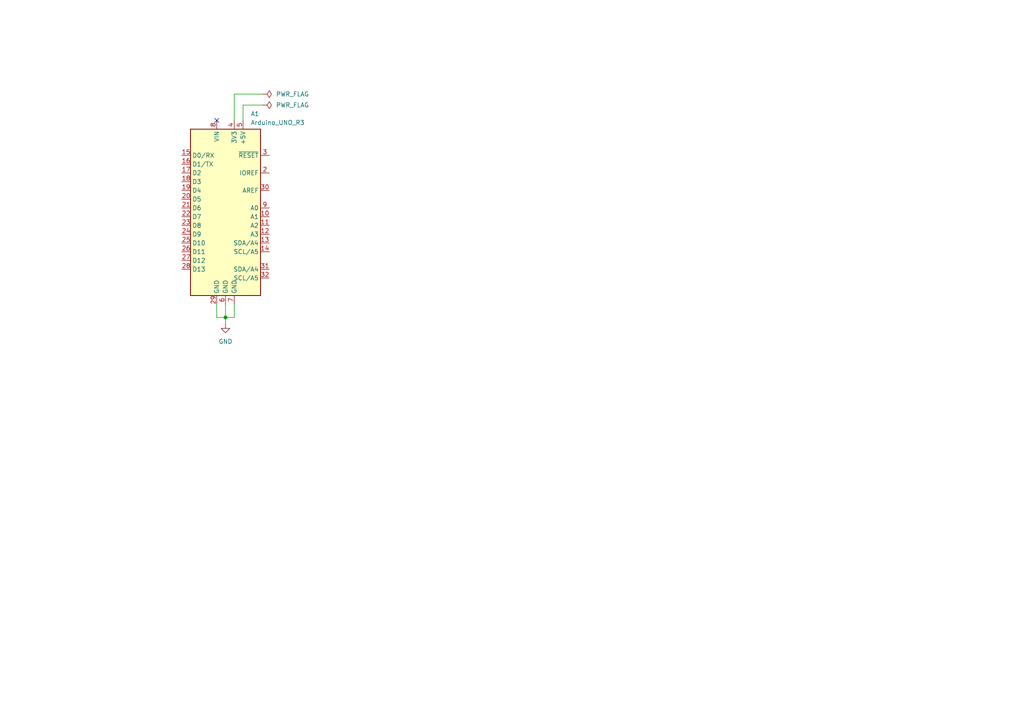
<source format=kicad_sch>
(kicad_sch (version 20231120) (generator "eeschema") (generator_version "8.0")
  (paper "A4")
  (lib_symbols
    (symbol "MCU_Module:Arduino_UNO_R3"
      (property "Reference" "A" (at -10.16 23.495 0))
      (property "Value" "Arduino_UNO_R3" (at 5.08 -26.67 0))
      (symbol "Arduino_UNO_R3_0_1"
        (rectangle (start -10.16 22.86) (end 10.16 -25.4) (stroke (width 0.254)) (fill (type background)))
      )
      (symbol "Arduino_UNO_R3_1_1"
        (pin no_connect line (at -10.16 -20.32 0) (length 2.54) hide (name "NC") (number "1"))
        (pin bidirectional line (at 12.7 -2.54 180) (length 2.54) (name "A1") (number "10"))
        (pin bidirectional line (at 12.7 -5.08 180) (length 2.54) (name "A2") (number "11"))
        (pin bidirectional line (at 12.7 -7.62 180) (length 2.54) (name "A3") (number "12"))
        (pin bidirectional line (at 12.7 -10.16 180) (length 2.54) (name "SDA/A4") (number "13"))
        (pin bidirectional line (at 12.7 -12.7 180) (length 2.54) (name "SCL/A5") (number "14"))
        (pin bidirectional line (at -12.7 15.24 0) (length 2.54) (name "D0/RX") (number "15"))
        (pin bidirectional line (at -12.7 12.7 0) (length 2.54) (name "D1/TX") (number "16"))
        (pin bidirectional line (at -12.7 10.16 0) (length 2.54) (name "D2") (number "17"))
        (pin bidirectional line (at -12.7 7.62 0) (length 2.54) (name "D3") (number "18"))
        (pin bidirectional line (at -12.7 5.08 0) (length 2.54) (name "D4") (number "19"))
        (pin output line (at 12.7 10.16 180) (length 2.54) (name "IOREF") (number "2"))
        (pin bidirectional line (at -12.7 2.54 0) (length 2.54) (name "D5") (number "20"))
        (pin bidirectional line (at -12.7 0 0) (length 2.54) (name "D6") (number "21"))
        (pin bidirectional line (at -12.7 -2.54 0) (length 2.54) (name "D7") (number "22"))
        (pin bidirectional line (at -12.7 -5.08 0) (length 2.54) (name "D8") (number "23"))
        (pin bidirectional line (at -12.7 -7.62 0) (length 2.54) (name "D9") (number "24"))
        (pin bidirectional line (at -12.7 -10.16 0) (length 2.54) (name "D10") (number "25"))
        (pin bidirectional line (at -12.7 -12.7 0) (length 2.54) (name "D11") (number "26"))
        (pin bidirectional line (at -12.7 -15.24 0) (length 2.54) (name "D12") (number "27"))
        (pin bidirectional line (at -12.7 -17.78 0) (length 2.54) (name "D13") (number "28"))
        (pin power_in line (at -2.54 -27.94 90) (length 2.54) (name "GND") (number "29"))
        (pin input line (at 12.7 15.24 180) (length 2.54) (name "~{RESET}") (number "3"))
        (pin input line (at 12.7 5.08 180) (length 2.54) (name "AREF") (number "30"))
        (pin bidirectional line (at 12.7 -17.78 180) (length 2.54) (name "SDA/A4") (number "31"))
        (pin bidirectional line (at 12.7 -20.32 180) (length 2.54) (name "SCL/A5") (number "32"))
        (pin power_out line (at 2.54 25.4 270) (length 2.54) (name "3V3") (number "4"))
        (pin power_out line (at 5.08 25.4 270) (length 2.54) (name "+5V") (number "5"))
        (pin power_in line (at 0 -27.94 90) (length 2.54) (name "GND") (number "6"))
        (pin power_in line (at 2.54 -27.94 90) (length 2.54) (name "GND") (number "7"))
        (pin power_in line (at -2.54 25.4 270) (length 2.54) (name "VIN") (number "8"))
        (pin bidirectional line (at 12.7 0 180) (length 2.54) (name "A0") (number "9"))
      )
    )
    (symbol "power:GND" (power) (pin_numbers hide) (pin_names (offset 0) hide)
      (property "Value" "GND" (at 0 -3.81 0))
      (symbol "GND_0_1"
        (polyline (pts (xy 0 0) (xy 0 -1.27) (xy 1.27 -1.27) (xy 0 -2.54) (xy -1.27 -1.27) (xy 0 -1.27)))
      )
      (symbol "GND_1_1"
        (pin power_in line (at 0 0 270) (length 0) (name "~") (number "1"))
      )
    )
    (symbol "power:PWR_FLAG" (power) (pin_numbers hide) (pin_names (offset 0) hide)
      (property "Value" "PWR_FLAG" (at 0 3.81 0))
      (symbol "PWR_FLAG_0_0"
        (pin power_out line (at 0 0 90) (length 0) (name "~") (number "1"))
      )
      (symbol "PWR_FLAG_0_1"
        (polyline (pts (xy 0 0) (xy 0 1.27) (xy -1.016 1.905) (xy 0 2.54) (xy 1.016 1.905) (xy 0 1.27)))
      )
    )
  )
  (junction (at 65.405 92.075))
  (no_connect (at 62.865 34.925))
  (wire (pts (xy 67.945 92.075) (xy 67.945 88.265)))
  (wire (pts (xy 70.485 34.925) (xy 70.485 30.48)))
  (wire (pts (xy 62.865 92.075) (xy 65.405 92.075)))
  (wire (pts (xy 67.945 34.925) (xy 67.945 27.305)))
  (wire (pts (xy 67.945 27.305) (xy 76.2 27.305)))
  (wire (pts (xy 65.405 92.075) (xy 65.405 93.98)))
  (wire (pts (xy 65.405 92.075) (xy 67.945 92.075)))
  (wire (pts (xy 70.485 30.48) (xy 76.2 30.48)))
  (wire (pts (xy 65.405 88.265) (xy 65.405 92.075)))
  (wire (pts (xy 62.865 88.265) (xy 62.865 92.075)))
  (symbol (lib_id "MCU_Module:Arduino_UNO_R3") (at 65.405 60.325 0) (unit 1)
    (property "Reference" "A1" (at 72.6791 33.02 0) (effects (justify left)))
    (property "Value" "Arduino_UNO_R3" (at 72.6791 35.56 0) (effects (justify left)))
    (property "Footprint" "Arduino-Shield:Arduino_UNO_R3_Outline_with_Mounting_Holes" (effects (hide yes)))
    (property "Datasheet" "https://www.arduino.cc/en/Main/arduinoBoardUno" (effects (hide yes)))
    (property "Description" "Arduino UNO Microcontroller Module, release 3" (effects (hide yes)))
  )
  (symbol (lib_id "power:GND") (at 65.405 93.98 0) (unit 1)
    (property "Reference" "#PWR01" (effects (hide yes)))
    (property "Value" "GND" (at 65.405 99.06 0))
    (property "Description" "Power symbol creates a global label with name \"GND\" , ground" (effects (hide yes)))
  )
  (symbol (lib_id "power:PWR_FLAG") (at 76.2 27.305 270) (unit 1)
    (property "Reference" "#FLG01" (effects (hide yes)))
    (property "Value" "PWR_FLAG" (at 80.01 27.3049 90) (effects (justify left)))
    (property "Description" "Special symbol for telling ERC where power comes from" (effects (hide yes)))
  )
  (symbol (lib_id "power:PWR_FLAG") (at 76.2 30.48 270) (unit 1)
    (property "Reference" "#FLG02" (effects (hide yes)))
    (property "Value" "PWR_FLAG" (at 80.01 30.4799 90) (effects (justify left)))
    (property "Description" "Special symbol for telling ERC where power comes from" (effects (hide yes)))
  )
)
</source>
